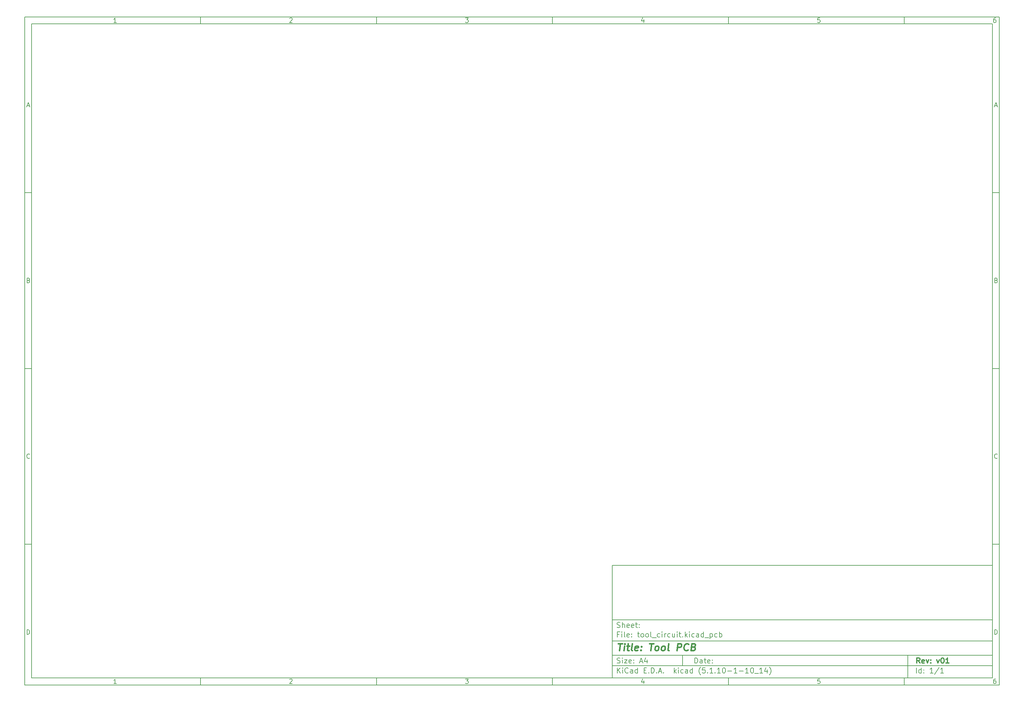
<source format=gbr>
%TF.GenerationSoftware,KiCad,Pcbnew,(5.1.10-1-10_14)*%
%TF.CreationDate,2021-09-18T21:31:52-04:00*%
%TF.ProjectId,tool_circuit,746f6f6c-5f63-4697-9263-7569742e6b69,v01*%
%TF.SameCoordinates,Original*%
%TF.FileFunction,Soldermask,Top*%
%TF.FilePolarity,Negative*%
%FSLAX46Y46*%
G04 Gerber Fmt 4.6, Leading zero omitted, Abs format (unit mm)*
G04 Created by KiCad (PCBNEW (5.1.10-1-10_14)) date 2021-09-18 21:31:52*
%MOMM*%
%LPD*%
G01*
G04 APERTURE LIST*
%ADD10C,0.100000*%
%ADD11C,0.150000*%
%ADD12C,0.300000*%
%ADD13C,0.400000*%
G04 APERTURE END LIST*
D10*
D11*
X177002200Y-166007200D02*
X177002200Y-198007200D01*
X285002200Y-198007200D01*
X285002200Y-166007200D01*
X177002200Y-166007200D01*
D10*
D11*
X10000000Y-10000000D02*
X10000000Y-200007200D01*
X287002200Y-200007200D01*
X287002200Y-10000000D01*
X10000000Y-10000000D01*
D10*
D11*
X12000000Y-12000000D02*
X12000000Y-198007200D01*
X285002200Y-198007200D01*
X285002200Y-12000000D01*
X12000000Y-12000000D01*
D10*
D11*
X60000000Y-12000000D02*
X60000000Y-10000000D01*
D10*
D11*
X110000000Y-12000000D02*
X110000000Y-10000000D01*
D10*
D11*
X160000000Y-12000000D02*
X160000000Y-10000000D01*
D10*
D11*
X210000000Y-12000000D02*
X210000000Y-10000000D01*
D10*
D11*
X260000000Y-12000000D02*
X260000000Y-10000000D01*
D10*
D11*
X36065476Y-11588095D02*
X35322619Y-11588095D01*
X35694047Y-11588095D02*
X35694047Y-10288095D01*
X35570238Y-10473809D01*
X35446428Y-10597619D01*
X35322619Y-10659523D01*
D10*
D11*
X85322619Y-10411904D02*
X85384523Y-10350000D01*
X85508333Y-10288095D01*
X85817857Y-10288095D01*
X85941666Y-10350000D01*
X86003571Y-10411904D01*
X86065476Y-10535714D01*
X86065476Y-10659523D01*
X86003571Y-10845238D01*
X85260714Y-11588095D01*
X86065476Y-11588095D01*
D10*
D11*
X135260714Y-10288095D02*
X136065476Y-10288095D01*
X135632142Y-10783333D01*
X135817857Y-10783333D01*
X135941666Y-10845238D01*
X136003571Y-10907142D01*
X136065476Y-11030952D01*
X136065476Y-11340476D01*
X136003571Y-11464285D01*
X135941666Y-11526190D01*
X135817857Y-11588095D01*
X135446428Y-11588095D01*
X135322619Y-11526190D01*
X135260714Y-11464285D01*
D10*
D11*
X185941666Y-10721428D02*
X185941666Y-11588095D01*
X185632142Y-10226190D02*
X185322619Y-11154761D01*
X186127380Y-11154761D01*
D10*
D11*
X236003571Y-10288095D02*
X235384523Y-10288095D01*
X235322619Y-10907142D01*
X235384523Y-10845238D01*
X235508333Y-10783333D01*
X235817857Y-10783333D01*
X235941666Y-10845238D01*
X236003571Y-10907142D01*
X236065476Y-11030952D01*
X236065476Y-11340476D01*
X236003571Y-11464285D01*
X235941666Y-11526190D01*
X235817857Y-11588095D01*
X235508333Y-11588095D01*
X235384523Y-11526190D01*
X235322619Y-11464285D01*
D10*
D11*
X285941666Y-10288095D02*
X285694047Y-10288095D01*
X285570238Y-10350000D01*
X285508333Y-10411904D01*
X285384523Y-10597619D01*
X285322619Y-10845238D01*
X285322619Y-11340476D01*
X285384523Y-11464285D01*
X285446428Y-11526190D01*
X285570238Y-11588095D01*
X285817857Y-11588095D01*
X285941666Y-11526190D01*
X286003571Y-11464285D01*
X286065476Y-11340476D01*
X286065476Y-11030952D01*
X286003571Y-10907142D01*
X285941666Y-10845238D01*
X285817857Y-10783333D01*
X285570238Y-10783333D01*
X285446428Y-10845238D01*
X285384523Y-10907142D01*
X285322619Y-11030952D01*
D10*
D11*
X60000000Y-198007200D02*
X60000000Y-200007200D01*
D10*
D11*
X110000000Y-198007200D02*
X110000000Y-200007200D01*
D10*
D11*
X160000000Y-198007200D02*
X160000000Y-200007200D01*
D10*
D11*
X210000000Y-198007200D02*
X210000000Y-200007200D01*
D10*
D11*
X260000000Y-198007200D02*
X260000000Y-200007200D01*
D10*
D11*
X36065476Y-199595295D02*
X35322619Y-199595295D01*
X35694047Y-199595295D02*
X35694047Y-198295295D01*
X35570238Y-198481009D01*
X35446428Y-198604819D01*
X35322619Y-198666723D01*
D10*
D11*
X85322619Y-198419104D02*
X85384523Y-198357200D01*
X85508333Y-198295295D01*
X85817857Y-198295295D01*
X85941666Y-198357200D01*
X86003571Y-198419104D01*
X86065476Y-198542914D01*
X86065476Y-198666723D01*
X86003571Y-198852438D01*
X85260714Y-199595295D01*
X86065476Y-199595295D01*
D10*
D11*
X135260714Y-198295295D02*
X136065476Y-198295295D01*
X135632142Y-198790533D01*
X135817857Y-198790533D01*
X135941666Y-198852438D01*
X136003571Y-198914342D01*
X136065476Y-199038152D01*
X136065476Y-199347676D01*
X136003571Y-199471485D01*
X135941666Y-199533390D01*
X135817857Y-199595295D01*
X135446428Y-199595295D01*
X135322619Y-199533390D01*
X135260714Y-199471485D01*
D10*
D11*
X185941666Y-198728628D02*
X185941666Y-199595295D01*
X185632142Y-198233390D02*
X185322619Y-199161961D01*
X186127380Y-199161961D01*
D10*
D11*
X236003571Y-198295295D02*
X235384523Y-198295295D01*
X235322619Y-198914342D01*
X235384523Y-198852438D01*
X235508333Y-198790533D01*
X235817857Y-198790533D01*
X235941666Y-198852438D01*
X236003571Y-198914342D01*
X236065476Y-199038152D01*
X236065476Y-199347676D01*
X236003571Y-199471485D01*
X235941666Y-199533390D01*
X235817857Y-199595295D01*
X235508333Y-199595295D01*
X235384523Y-199533390D01*
X235322619Y-199471485D01*
D10*
D11*
X285941666Y-198295295D02*
X285694047Y-198295295D01*
X285570238Y-198357200D01*
X285508333Y-198419104D01*
X285384523Y-198604819D01*
X285322619Y-198852438D01*
X285322619Y-199347676D01*
X285384523Y-199471485D01*
X285446428Y-199533390D01*
X285570238Y-199595295D01*
X285817857Y-199595295D01*
X285941666Y-199533390D01*
X286003571Y-199471485D01*
X286065476Y-199347676D01*
X286065476Y-199038152D01*
X286003571Y-198914342D01*
X285941666Y-198852438D01*
X285817857Y-198790533D01*
X285570238Y-198790533D01*
X285446428Y-198852438D01*
X285384523Y-198914342D01*
X285322619Y-199038152D01*
D10*
D11*
X10000000Y-60000000D02*
X12000000Y-60000000D01*
D10*
D11*
X10000000Y-110000000D02*
X12000000Y-110000000D01*
D10*
D11*
X10000000Y-160000000D02*
X12000000Y-160000000D01*
D10*
D11*
X10690476Y-35216666D02*
X11309523Y-35216666D01*
X10566666Y-35588095D02*
X11000000Y-34288095D01*
X11433333Y-35588095D01*
D10*
D11*
X11092857Y-84907142D02*
X11278571Y-84969047D01*
X11340476Y-85030952D01*
X11402380Y-85154761D01*
X11402380Y-85340476D01*
X11340476Y-85464285D01*
X11278571Y-85526190D01*
X11154761Y-85588095D01*
X10659523Y-85588095D01*
X10659523Y-84288095D01*
X11092857Y-84288095D01*
X11216666Y-84350000D01*
X11278571Y-84411904D01*
X11340476Y-84535714D01*
X11340476Y-84659523D01*
X11278571Y-84783333D01*
X11216666Y-84845238D01*
X11092857Y-84907142D01*
X10659523Y-84907142D01*
D10*
D11*
X11402380Y-135464285D02*
X11340476Y-135526190D01*
X11154761Y-135588095D01*
X11030952Y-135588095D01*
X10845238Y-135526190D01*
X10721428Y-135402380D01*
X10659523Y-135278571D01*
X10597619Y-135030952D01*
X10597619Y-134845238D01*
X10659523Y-134597619D01*
X10721428Y-134473809D01*
X10845238Y-134350000D01*
X11030952Y-134288095D01*
X11154761Y-134288095D01*
X11340476Y-134350000D01*
X11402380Y-134411904D01*
D10*
D11*
X10659523Y-185588095D02*
X10659523Y-184288095D01*
X10969047Y-184288095D01*
X11154761Y-184350000D01*
X11278571Y-184473809D01*
X11340476Y-184597619D01*
X11402380Y-184845238D01*
X11402380Y-185030952D01*
X11340476Y-185278571D01*
X11278571Y-185402380D01*
X11154761Y-185526190D01*
X10969047Y-185588095D01*
X10659523Y-185588095D01*
D10*
D11*
X287002200Y-60000000D02*
X285002200Y-60000000D01*
D10*
D11*
X287002200Y-110000000D02*
X285002200Y-110000000D01*
D10*
D11*
X287002200Y-160000000D02*
X285002200Y-160000000D01*
D10*
D11*
X285692676Y-35216666D02*
X286311723Y-35216666D01*
X285568866Y-35588095D02*
X286002200Y-34288095D01*
X286435533Y-35588095D01*
D10*
D11*
X286095057Y-84907142D02*
X286280771Y-84969047D01*
X286342676Y-85030952D01*
X286404580Y-85154761D01*
X286404580Y-85340476D01*
X286342676Y-85464285D01*
X286280771Y-85526190D01*
X286156961Y-85588095D01*
X285661723Y-85588095D01*
X285661723Y-84288095D01*
X286095057Y-84288095D01*
X286218866Y-84350000D01*
X286280771Y-84411904D01*
X286342676Y-84535714D01*
X286342676Y-84659523D01*
X286280771Y-84783333D01*
X286218866Y-84845238D01*
X286095057Y-84907142D01*
X285661723Y-84907142D01*
D10*
D11*
X286404580Y-135464285D02*
X286342676Y-135526190D01*
X286156961Y-135588095D01*
X286033152Y-135588095D01*
X285847438Y-135526190D01*
X285723628Y-135402380D01*
X285661723Y-135278571D01*
X285599819Y-135030952D01*
X285599819Y-134845238D01*
X285661723Y-134597619D01*
X285723628Y-134473809D01*
X285847438Y-134350000D01*
X286033152Y-134288095D01*
X286156961Y-134288095D01*
X286342676Y-134350000D01*
X286404580Y-134411904D01*
D10*
D11*
X285661723Y-185588095D02*
X285661723Y-184288095D01*
X285971247Y-184288095D01*
X286156961Y-184350000D01*
X286280771Y-184473809D01*
X286342676Y-184597619D01*
X286404580Y-184845238D01*
X286404580Y-185030952D01*
X286342676Y-185278571D01*
X286280771Y-185402380D01*
X286156961Y-185526190D01*
X285971247Y-185588095D01*
X285661723Y-185588095D01*
D10*
D11*
X200434342Y-193785771D02*
X200434342Y-192285771D01*
X200791485Y-192285771D01*
X201005771Y-192357200D01*
X201148628Y-192500057D01*
X201220057Y-192642914D01*
X201291485Y-192928628D01*
X201291485Y-193142914D01*
X201220057Y-193428628D01*
X201148628Y-193571485D01*
X201005771Y-193714342D01*
X200791485Y-193785771D01*
X200434342Y-193785771D01*
X202577200Y-193785771D02*
X202577200Y-193000057D01*
X202505771Y-192857200D01*
X202362914Y-192785771D01*
X202077200Y-192785771D01*
X201934342Y-192857200D01*
X202577200Y-193714342D02*
X202434342Y-193785771D01*
X202077200Y-193785771D01*
X201934342Y-193714342D01*
X201862914Y-193571485D01*
X201862914Y-193428628D01*
X201934342Y-193285771D01*
X202077200Y-193214342D01*
X202434342Y-193214342D01*
X202577200Y-193142914D01*
X203077200Y-192785771D02*
X203648628Y-192785771D01*
X203291485Y-192285771D02*
X203291485Y-193571485D01*
X203362914Y-193714342D01*
X203505771Y-193785771D01*
X203648628Y-193785771D01*
X204720057Y-193714342D02*
X204577200Y-193785771D01*
X204291485Y-193785771D01*
X204148628Y-193714342D01*
X204077200Y-193571485D01*
X204077200Y-193000057D01*
X204148628Y-192857200D01*
X204291485Y-192785771D01*
X204577200Y-192785771D01*
X204720057Y-192857200D01*
X204791485Y-193000057D01*
X204791485Y-193142914D01*
X204077200Y-193285771D01*
X205434342Y-193642914D02*
X205505771Y-193714342D01*
X205434342Y-193785771D01*
X205362914Y-193714342D01*
X205434342Y-193642914D01*
X205434342Y-193785771D01*
X205434342Y-192857200D02*
X205505771Y-192928628D01*
X205434342Y-193000057D01*
X205362914Y-192928628D01*
X205434342Y-192857200D01*
X205434342Y-193000057D01*
D10*
D11*
X177002200Y-194507200D02*
X285002200Y-194507200D01*
D10*
D11*
X178434342Y-196585771D02*
X178434342Y-195085771D01*
X179291485Y-196585771D02*
X178648628Y-195728628D01*
X179291485Y-195085771D02*
X178434342Y-195942914D01*
X179934342Y-196585771D02*
X179934342Y-195585771D01*
X179934342Y-195085771D02*
X179862914Y-195157200D01*
X179934342Y-195228628D01*
X180005771Y-195157200D01*
X179934342Y-195085771D01*
X179934342Y-195228628D01*
X181505771Y-196442914D02*
X181434342Y-196514342D01*
X181220057Y-196585771D01*
X181077200Y-196585771D01*
X180862914Y-196514342D01*
X180720057Y-196371485D01*
X180648628Y-196228628D01*
X180577200Y-195942914D01*
X180577200Y-195728628D01*
X180648628Y-195442914D01*
X180720057Y-195300057D01*
X180862914Y-195157200D01*
X181077200Y-195085771D01*
X181220057Y-195085771D01*
X181434342Y-195157200D01*
X181505771Y-195228628D01*
X182791485Y-196585771D02*
X182791485Y-195800057D01*
X182720057Y-195657200D01*
X182577200Y-195585771D01*
X182291485Y-195585771D01*
X182148628Y-195657200D01*
X182791485Y-196514342D02*
X182648628Y-196585771D01*
X182291485Y-196585771D01*
X182148628Y-196514342D01*
X182077200Y-196371485D01*
X182077200Y-196228628D01*
X182148628Y-196085771D01*
X182291485Y-196014342D01*
X182648628Y-196014342D01*
X182791485Y-195942914D01*
X184148628Y-196585771D02*
X184148628Y-195085771D01*
X184148628Y-196514342D02*
X184005771Y-196585771D01*
X183720057Y-196585771D01*
X183577200Y-196514342D01*
X183505771Y-196442914D01*
X183434342Y-196300057D01*
X183434342Y-195871485D01*
X183505771Y-195728628D01*
X183577200Y-195657200D01*
X183720057Y-195585771D01*
X184005771Y-195585771D01*
X184148628Y-195657200D01*
X186005771Y-195800057D02*
X186505771Y-195800057D01*
X186720057Y-196585771D02*
X186005771Y-196585771D01*
X186005771Y-195085771D01*
X186720057Y-195085771D01*
X187362914Y-196442914D02*
X187434342Y-196514342D01*
X187362914Y-196585771D01*
X187291485Y-196514342D01*
X187362914Y-196442914D01*
X187362914Y-196585771D01*
X188077200Y-196585771D02*
X188077200Y-195085771D01*
X188434342Y-195085771D01*
X188648628Y-195157200D01*
X188791485Y-195300057D01*
X188862914Y-195442914D01*
X188934342Y-195728628D01*
X188934342Y-195942914D01*
X188862914Y-196228628D01*
X188791485Y-196371485D01*
X188648628Y-196514342D01*
X188434342Y-196585771D01*
X188077200Y-196585771D01*
X189577200Y-196442914D02*
X189648628Y-196514342D01*
X189577200Y-196585771D01*
X189505771Y-196514342D01*
X189577200Y-196442914D01*
X189577200Y-196585771D01*
X190220057Y-196157200D02*
X190934342Y-196157200D01*
X190077200Y-196585771D02*
X190577200Y-195085771D01*
X191077200Y-196585771D01*
X191577200Y-196442914D02*
X191648628Y-196514342D01*
X191577200Y-196585771D01*
X191505771Y-196514342D01*
X191577200Y-196442914D01*
X191577200Y-196585771D01*
X194577200Y-196585771D02*
X194577200Y-195085771D01*
X194720057Y-196014342D02*
X195148628Y-196585771D01*
X195148628Y-195585771D02*
X194577200Y-196157200D01*
X195791485Y-196585771D02*
X195791485Y-195585771D01*
X195791485Y-195085771D02*
X195720057Y-195157200D01*
X195791485Y-195228628D01*
X195862914Y-195157200D01*
X195791485Y-195085771D01*
X195791485Y-195228628D01*
X197148628Y-196514342D02*
X197005771Y-196585771D01*
X196720057Y-196585771D01*
X196577200Y-196514342D01*
X196505771Y-196442914D01*
X196434342Y-196300057D01*
X196434342Y-195871485D01*
X196505771Y-195728628D01*
X196577200Y-195657200D01*
X196720057Y-195585771D01*
X197005771Y-195585771D01*
X197148628Y-195657200D01*
X198434342Y-196585771D02*
X198434342Y-195800057D01*
X198362914Y-195657200D01*
X198220057Y-195585771D01*
X197934342Y-195585771D01*
X197791485Y-195657200D01*
X198434342Y-196514342D02*
X198291485Y-196585771D01*
X197934342Y-196585771D01*
X197791485Y-196514342D01*
X197720057Y-196371485D01*
X197720057Y-196228628D01*
X197791485Y-196085771D01*
X197934342Y-196014342D01*
X198291485Y-196014342D01*
X198434342Y-195942914D01*
X199791485Y-196585771D02*
X199791485Y-195085771D01*
X199791485Y-196514342D02*
X199648628Y-196585771D01*
X199362914Y-196585771D01*
X199220057Y-196514342D01*
X199148628Y-196442914D01*
X199077200Y-196300057D01*
X199077200Y-195871485D01*
X199148628Y-195728628D01*
X199220057Y-195657200D01*
X199362914Y-195585771D01*
X199648628Y-195585771D01*
X199791485Y-195657200D01*
X202077200Y-197157200D02*
X202005771Y-197085771D01*
X201862914Y-196871485D01*
X201791485Y-196728628D01*
X201720057Y-196514342D01*
X201648628Y-196157200D01*
X201648628Y-195871485D01*
X201720057Y-195514342D01*
X201791485Y-195300057D01*
X201862914Y-195157200D01*
X202005771Y-194942914D01*
X202077200Y-194871485D01*
X203362914Y-195085771D02*
X202648628Y-195085771D01*
X202577200Y-195800057D01*
X202648628Y-195728628D01*
X202791485Y-195657200D01*
X203148628Y-195657200D01*
X203291485Y-195728628D01*
X203362914Y-195800057D01*
X203434342Y-195942914D01*
X203434342Y-196300057D01*
X203362914Y-196442914D01*
X203291485Y-196514342D01*
X203148628Y-196585771D01*
X202791485Y-196585771D01*
X202648628Y-196514342D01*
X202577200Y-196442914D01*
X204077200Y-196442914D02*
X204148628Y-196514342D01*
X204077200Y-196585771D01*
X204005771Y-196514342D01*
X204077200Y-196442914D01*
X204077200Y-196585771D01*
X205577200Y-196585771D02*
X204720057Y-196585771D01*
X205148628Y-196585771D02*
X205148628Y-195085771D01*
X205005771Y-195300057D01*
X204862914Y-195442914D01*
X204720057Y-195514342D01*
X206220057Y-196442914D02*
X206291485Y-196514342D01*
X206220057Y-196585771D01*
X206148628Y-196514342D01*
X206220057Y-196442914D01*
X206220057Y-196585771D01*
X207720057Y-196585771D02*
X206862914Y-196585771D01*
X207291485Y-196585771D02*
X207291485Y-195085771D01*
X207148628Y-195300057D01*
X207005771Y-195442914D01*
X206862914Y-195514342D01*
X208648628Y-195085771D02*
X208791485Y-195085771D01*
X208934342Y-195157200D01*
X209005771Y-195228628D01*
X209077200Y-195371485D01*
X209148628Y-195657200D01*
X209148628Y-196014342D01*
X209077200Y-196300057D01*
X209005771Y-196442914D01*
X208934342Y-196514342D01*
X208791485Y-196585771D01*
X208648628Y-196585771D01*
X208505771Y-196514342D01*
X208434342Y-196442914D01*
X208362914Y-196300057D01*
X208291485Y-196014342D01*
X208291485Y-195657200D01*
X208362914Y-195371485D01*
X208434342Y-195228628D01*
X208505771Y-195157200D01*
X208648628Y-195085771D01*
X209791485Y-196014342D02*
X210934342Y-196014342D01*
X212434342Y-196585771D02*
X211577200Y-196585771D01*
X212005771Y-196585771D02*
X212005771Y-195085771D01*
X211862914Y-195300057D01*
X211720057Y-195442914D01*
X211577200Y-195514342D01*
X213077200Y-196014342D02*
X214220057Y-196014342D01*
X215720057Y-196585771D02*
X214862914Y-196585771D01*
X215291485Y-196585771D02*
X215291485Y-195085771D01*
X215148628Y-195300057D01*
X215005771Y-195442914D01*
X214862914Y-195514342D01*
X216648628Y-195085771D02*
X216791485Y-195085771D01*
X216934342Y-195157200D01*
X217005771Y-195228628D01*
X217077200Y-195371485D01*
X217148628Y-195657200D01*
X217148628Y-196014342D01*
X217077200Y-196300057D01*
X217005771Y-196442914D01*
X216934342Y-196514342D01*
X216791485Y-196585771D01*
X216648628Y-196585771D01*
X216505771Y-196514342D01*
X216434342Y-196442914D01*
X216362914Y-196300057D01*
X216291485Y-196014342D01*
X216291485Y-195657200D01*
X216362914Y-195371485D01*
X216434342Y-195228628D01*
X216505771Y-195157200D01*
X216648628Y-195085771D01*
X217434342Y-196728628D02*
X218577200Y-196728628D01*
X219720057Y-196585771D02*
X218862914Y-196585771D01*
X219291485Y-196585771D02*
X219291485Y-195085771D01*
X219148628Y-195300057D01*
X219005771Y-195442914D01*
X218862914Y-195514342D01*
X221005771Y-195585771D02*
X221005771Y-196585771D01*
X220648628Y-195014342D02*
X220291485Y-196085771D01*
X221220057Y-196085771D01*
X221648628Y-197157200D02*
X221720057Y-197085771D01*
X221862914Y-196871485D01*
X221934342Y-196728628D01*
X222005771Y-196514342D01*
X222077200Y-196157200D01*
X222077200Y-195871485D01*
X222005771Y-195514342D01*
X221934342Y-195300057D01*
X221862914Y-195157200D01*
X221720057Y-194942914D01*
X221648628Y-194871485D01*
D10*
D11*
X177002200Y-191507200D02*
X285002200Y-191507200D01*
D10*
D12*
X264411485Y-193785771D02*
X263911485Y-193071485D01*
X263554342Y-193785771D02*
X263554342Y-192285771D01*
X264125771Y-192285771D01*
X264268628Y-192357200D01*
X264340057Y-192428628D01*
X264411485Y-192571485D01*
X264411485Y-192785771D01*
X264340057Y-192928628D01*
X264268628Y-193000057D01*
X264125771Y-193071485D01*
X263554342Y-193071485D01*
X265625771Y-193714342D02*
X265482914Y-193785771D01*
X265197200Y-193785771D01*
X265054342Y-193714342D01*
X264982914Y-193571485D01*
X264982914Y-193000057D01*
X265054342Y-192857200D01*
X265197200Y-192785771D01*
X265482914Y-192785771D01*
X265625771Y-192857200D01*
X265697200Y-193000057D01*
X265697200Y-193142914D01*
X264982914Y-193285771D01*
X266197200Y-192785771D02*
X266554342Y-193785771D01*
X266911485Y-192785771D01*
X267482914Y-193642914D02*
X267554342Y-193714342D01*
X267482914Y-193785771D01*
X267411485Y-193714342D01*
X267482914Y-193642914D01*
X267482914Y-193785771D01*
X267482914Y-192857200D02*
X267554342Y-192928628D01*
X267482914Y-193000057D01*
X267411485Y-192928628D01*
X267482914Y-192857200D01*
X267482914Y-193000057D01*
X269197200Y-192785771D02*
X269554342Y-193785771D01*
X269911485Y-192785771D01*
X270768628Y-192285771D02*
X270911485Y-192285771D01*
X271054342Y-192357200D01*
X271125771Y-192428628D01*
X271197200Y-192571485D01*
X271268628Y-192857200D01*
X271268628Y-193214342D01*
X271197200Y-193500057D01*
X271125771Y-193642914D01*
X271054342Y-193714342D01*
X270911485Y-193785771D01*
X270768628Y-193785771D01*
X270625771Y-193714342D01*
X270554342Y-193642914D01*
X270482914Y-193500057D01*
X270411485Y-193214342D01*
X270411485Y-192857200D01*
X270482914Y-192571485D01*
X270554342Y-192428628D01*
X270625771Y-192357200D01*
X270768628Y-192285771D01*
X272697200Y-193785771D02*
X271840057Y-193785771D01*
X272268628Y-193785771D02*
X272268628Y-192285771D01*
X272125771Y-192500057D01*
X271982914Y-192642914D01*
X271840057Y-192714342D01*
D10*
D11*
X178362914Y-193714342D02*
X178577200Y-193785771D01*
X178934342Y-193785771D01*
X179077200Y-193714342D01*
X179148628Y-193642914D01*
X179220057Y-193500057D01*
X179220057Y-193357200D01*
X179148628Y-193214342D01*
X179077200Y-193142914D01*
X178934342Y-193071485D01*
X178648628Y-193000057D01*
X178505771Y-192928628D01*
X178434342Y-192857200D01*
X178362914Y-192714342D01*
X178362914Y-192571485D01*
X178434342Y-192428628D01*
X178505771Y-192357200D01*
X178648628Y-192285771D01*
X179005771Y-192285771D01*
X179220057Y-192357200D01*
X179862914Y-193785771D02*
X179862914Y-192785771D01*
X179862914Y-192285771D02*
X179791485Y-192357200D01*
X179862914Y-192428628D01*
X179934342Y-192357200D01*
X179862914Y-192285771D01*
X179862914Y-192428628D01*
X180434342Y-192785771D02*
X181220057Y-192785771D01*
X180434342Y-193785771D01*
X181220057Y-193785771D01*
X182362914Y-193714342D02*
X182220057Y-193785771D01*
X181934342Y-193785771D01*
X181791485Y-193714342D01*
X181720057Y-193571485D01*
X181720057Y-193000057D01*
X181791485Y-192857200D01*
X181934342Y-192785771D01*
X182220057Y-192785771D01*
X182362914Y-192857200D01*
X182434342Y-193000057D01*
X182434342Y-193142914D01*
X181720057Y-193285771D01*
X183077200Y-193642914D02*
X183148628Y-193714342D01*
X183077200Y-193785771D01*
X183005771Y-193714342D01*
X183077200Y-193642914D01*
X183077200Y-193785771D01*
X183077200Y-192857200D02*
X183148628Y-192928628D01*
X183077200Y-193000057D01*
X183005771Y-192928628D01*
X183077200Y-192857200D01*
X183077200Y-193000057D01*
X184862914Y-193357200D02*
X185577200Y-193357200D01*
X184720057Y-193785771D02*
X185220057Y-192285771D01*
X185720057Y-193785771D01*
X186862914Y-192785771D02*
X186862914Y-193785771D01*
X186505771Y-192214342D02*
X186148628Y-193285771D01*
X187077200Y-193285771D01*
D10*
D11*
X263434342Y-196585771D02*
X263434342Y-195085771D01*
X264791485Y-196585771D02*
X264791485Y-195085771D01*
X264791485Y-196514342D02*
X264648628Y-196585771D01*
X264362914Y-196585771D01*
X264220057Y-196514342D01*
X264148628Y-196442914D01*
X264077200Y-196300057D01*
X264077200Y-195871485D01*
X264148628Y-195728628D01*
X264220057Y-195657200D01*
X264362914Y-195585771D01*
X264648628Y-195585771D01*
X264791485Y-195657200D01*
X265505771Y-196442914D02*
X265577200Y-196514342D01*
X265505771Y-196585771D01*
X265434342Y-196514342D01*
X265505771Y-196442914D01*
X265505771Y-196585771D01*
X265505771Y-195657200D02*
X265577200Y-195728628D01*
X265505771Y-195800057D01*
X265434342Y-195728628D01*
X265505771Y-195657200D01*
X265505771Y-195800057D01*
X268148628Y-196585771D02*
X267291485Y-196585771D01*
X267720057Y-196585771D02*
X267720057Y-195085771D01*
X267577200Y-195300057D01*
X267434342Y-195442914D01*
X267291485Y-195514342D01*
X269862914Y-195014342D02*
X268577200Y-196942914D01*
X271148628Y-196585771D02*
X270291485Y-196585771D01*
X270720057Y-196585771D02*
X270720057Y-195085771D01*
X270577200Y-195300057D01*
X270434342Y-195442914D01*
X270291485Y-195514342D01*
D10*
D11*
X177002200Y-187507200D02*
X285002200Y-187507200D01*
D10*
D13*
X178714580Y-188211961D02*
X179857438Y-188211961D01*
X179036009Y-190211961D02*
X179286009Y-188211961D01*
X180274104Y-190211961D02*
X180440771Y-188878628D01*
X180524104Y-188211961D02*
X180416961Y-188307200D01*
X180500295Y-188402438D01*
X180607438Y-188307200D01*
X180524104Y-188211961D01*
X180500295Y-188402438D01*
X181107438Y-188878628D02*
X181869342Y-188878628D01*
X181476485Y-188211961D02*
X181262200Y-189926247D01*
X181333628Y-190116723D01*
X181512200Y-190211961D01*
X181702676Y-190211961D01*
X182655057Y-190211961D02*
X182476485Y-190116723D01*
X182405057Y-189926247D01*
X182619342Y-188211961D01*
X184190771Y-190116723D02*
X183988390Y-190211961D01*
X183607438Y-190211961D01*
X183428866Y-190116723D01*
X183357438Y-189926247D01*
X183452676Y-189164342D01*
X183571723Y-188973866D01*
X183774104Y-188878628D01*
X184155057Y-188878628D01*
X184333628Y-188973866D01*
X184405057Y-189164342D01*
X184381247Y-189354819D01*
X183405057Y-189545295D01*
X185155057Y-190021485D02*
X185238390Y-190116723D01*
X185131247Y-190211961D01*
X185047914Y-190116723D01*
X185155057Y-190021485D01*
X185131247Y-190211961D01*
X185286009Y-188973866D02*
X185369342Y-189069104D01*
X185262200Y-189164342D01*
X185178866Y-189069104D01*
X185286009Y-188973866D01*
X185262200Y-189164342D01*
X187571723Y-188211961D02*
X188714580Y-188211961D01*
X187893152Y-190211961D02*
X188143152Y-188211961D01*
X189416961Y-190211961D02*
X189238390Y-190116723D01*
X189155057Y-190021485D01*
X189083628Y-189831009D01*
X189155057Y-189259580D01*
X189274104Y-189069104D01*
X189381247Y-188973866D01*
X189583628Y-188878628D01*
X189869342Y-188878628D01*
X190047914Y-188973866D01*
X190131247Y-189069104D01*
X190202676Y-189259580D01*
X190131247Y-189831009D01*
X190012200Y-190021485D01*
X189905057Y-190116723D01*
X189702676Y-190211961D01*
X189416961Y-190211961D01*
X191226485Y-190211961D02*
X191047914Y-190116723D01*
X190964580Y-190021485D01*
X190893152Y-189831009D01*
X190964580Y-189259580D01*
X191083628Y-189069104D01*
X191190771Y-188973866D01*
X191393152Y-188878628D01*
X191678866Y-188878628D01*
X191857438Y-188973866D01*
X191940771Y-189069104D01*
X192012200Y-189259580D01*
X191940771Y-189831009D01*
X191821723Y-190021485D01*
X191714580Y-190116723D01*
X191512200Y-190211961D01*
X191226485Y-190211961D01*
X193036009Y-190211961D02*
X192857438Y-190116723D01*
X192786009Y-189926247D01*
X193000295Y-188211961D01*
X195321723Y-190211961D02*
X195571723Y-188211961D01*
X196333628Y-188211961D01*
X196512200Y-188307200D01*
X196595533Y-188402438D01*
X196666961Y-188592914D01*
X196631247Y-188878628D01*
X196512200Y-189069104D01*
X196405057Y-189164342D01*
X196202676Y-189259580D01*
X195440771Y-189259580D01*
X198488390Y-190021485D02*
X198381247Y-190116723D01*
X198083628Y-190211961D01*
X197893152Y-190211961D01*
X197619342Y-190116723D01*
X197452676Y-189926247D01*
X197381247Y-189735771D01*
X197333628Y-189354819D01*
X197369342Y-189069104D01*
X197512200Y-188688152D01*
X197631247Y-188497676D01*
X197845533Y-188307200D01*
X198143152Y-188211961D01*
X198333628Y-188211961D01*
X198607438Y-188307200D01*
X198690771Y-188402438D01*
X200119342Y-189164342D02*
X200393152Y-189259580D01*
X200476485Y-189354819D01*
X200547914Y-189545295D01*
X200512200Y-189831009D01*
X200393152Y-190021485D01*
X200286009Y-190116723D01*
X200083628Y-190211961D01*
X199321723Y-190211961D01*
X199571723Y-188211961D01*
X200238390Y-188211961D01*
X200416961Y-188307200D01*
X200500295Y-188402438D01*
X200571723Y-188592914D01*
X200547914Y-188783390D01*
X200428866Y-188973866D01*
X200321723Y-189069104D01*
X200119342Y-189164342D01*
X199452676Y-189164342D01*
D10*
D11*
X178934342Y-185600057D02*
X178434342Y-185600057D01*
X178434342Y-186385771D02*
X178434342Y-184885771D01*
X179148628Y-184885771D01*
X179720057Y-186385771D02*
X179720057Y-185385771D01*
X179720057Y-184885771D02*
X179648628Y-184957200D01*
X179720057Y-185028628D01*
X179791485Y-184957200D01*
X179720057Y-184885771D01*
X179720057Y-185028628D01*
X180648628Y-186385771D02*
X180505771Y-186314342D01*
X180434342Y-186171485D01*
X180434342Y-184885771D01*
X181791485Y-186314342D02*
X181648628Y-186385771D01*
X181362914Y-186385771D01*
X181220057Y-186314342D01*
X181148628Y-186171485D01*
X181148628Y-185600057D01*
X181220057Y-185457200D01*
X181362914Y-185385771D01*
X181648628Y-185385771D01*
X181791485Y-185457200D01*
X181862914Y-185600057D01*
X181862914Y-185742914D01*
X181148628Y-185885771D01*
X182505771Y-186242914D02*
X182577200Y-186314342D01*
X182505771Y-186385771D01*
X182434342Y-186314342D01*
X182505771Y-186242914D01*
X182505771Y-186385771D01*
X182505771Y-185457200D02*
X182577200Y-185528628D01*
X182505771Y-185600057D01*
X182434342Y-185528628D01*
X182505771Y-185457200D01*
X182505771Y-185600057D01*
X184148628Y-185385771D02*
X184720057Y-185385771D01*
X184362914Y-184885771D02*
X184362914Y-186171485D01*
X184434342Y-186314342D01*
X184577200Y-186385771D01*
X184720057Y-186385771D01*
X185434342Y-186385771D02*
X185291485Y-186314342D01*
X185220057Y-186242914D01*
X185148628Y-186100057D01*
X185148628Y-185671485D01*
X185220057Y-185528628D01*
X185291485Y-185457200D01*
X185434342Y-185385771D01*
X185648628Y-185385771D01*
X185791485Y-185457200D01*
X185862914Y-185528628D01*
X185934342Y-185671485D01*
X185934342Y-186100057D01*
X185862914Y-186242914D01*
X185791485Y-186314342D01*
X185648628Y-186385771D01*
X185434342Y-186385771D01*
X186791485Y-186385771D02*
X186648628Y-186314342D01*
X186577200Y-186242914D01*
X186505771Y-186100057D01*
X186505771Y-185671485D01*
X186577200Y-185528628D01*
X186648628Y-185457200D01*
X186791485Y-185385771D01*
X187005771Y-185385771D01*
X187148628Y-185457200D01*
X187220057Y-185528628D01*
X187291485Y-185671485D01*
X187291485Y-186100057D01*
X187220057Y-186242914D01*
X187148628Y-186314342D01*
X187005771Y-186385771D01*
X186791485Y-186385771D01*
X188148628Y-186385771D02*
X188005771Y-186314342D01*
X187934342Y-186171485D01*
X187934342Y-184885771D01*
X188362914Y-186528628D02*
X189505771Y-186528628D01*
X190505771Y-186314342D02*
X190362914Y-186385771D01*
X190077200Y-186385771D01*
X189934342Y-186314342D01*
X189862914Y-186242914D01*
X189791485Y-186100057D01*
X189791485Y-185671485D01*
X189862914Y-185528628D01*
X189934342Y-185457200D01*
X190077200Y-185385771D01*
X190362914Y-185385771D01*
X190505771Y-185457200D01*
X191148628Y-186385771D02*
X191148628Y-185385771D01*
X191148628Y-184885771D02*
X191077200Y-184957200D01*
X191148628Y-185028628D01*
X191220057Y-184957200D01*
X191148628Y-184885771D01*
X191148628Y-185028628D01*
X191862914Y-186385771D02*
X191862914Y-185385771D01*
X191862914Y-185671485D02*
X191934342Y-185528628D01*
X192005771Y-185457200D01*
X192148628Y-185385771D01*
X192291485Y-185385771D01*
X193434342Y-186314342D02*
X193291485Y-186385771D01*
X193005771Y-186385771D01*
X192862914Y-186314342D01*
X192791485Y-186242914D01*
X192720057Y-186100057D01*
X192720057Y-185671485D01*
X192791485Y-185528628D01*
X192862914Y-185457200D01*
X193005771Y-185385771D01*
X193291485Y-185385771D01*
X193434342Y-185457200D01*
X194720057Y-185385771D02*
X194720057Y-186385771D01*
X194077200Y-185385771D02*
X194077200Y-186171485D01*
X194148628Y-186314342D01*
X194291485Y-186385771D01*
X194505771Y-186385771D01*
X194648628Y-186314342D01*
X194720057Y-186242914D01*
X195434342Y-186385771D02*
X195434342Y-185385771D01*
X195434342Y-184885771D02*
X195362914Y-184957200D01*
X195434342Y-185028628D01*
X195505771Y-184957200D01*
X195434342Y-184885771D01*
X195434342Y-185028628D01*
X195934342Y-185385771D02*
X196505771Y-185385771D01*
X196148628Y-184885771D02*
X196148628Y-186171485D01*
X196220057Y-186314342D01*
X196362914Y-186385771D01*
X196505771Y-186385771D01*
X197005771Y-186242914D02*
X197077200Y-186314342D01*
X197005771Y-186385771D01*
X196934342Y-186314342D01*
X197005771Y-186242914D01*
X197005771Y-186385771D01*
X197720057Y-186385771D02*
X197720057Y-184885771D01*
X197862914Y-185814342D02*
X198291485Y-186385771D01*
X198291485Y-185385771D02*
X197720057Y-185957200D01*
X198934342Y-186385771D02*
X198934342Y-185385771D01*
X198934342Y-184885771D02*
X198862914Y-184957200D01*
X198934342Y-185028628D01*
X199005771Y-184957200D01*
X198934342Y-184885771D01*
X198934342Y-185028628D01*
X200291485Y-186314342D02*
X200148628Y-186385771D01*
X199862914Y-186385771D01*
X199720057Y-186314342D01*
X199648628Y-186242914D01*
X199577200Y-186100057D01*
X199577200Y-185671485D01*
X199648628Y-185528628D01*
X199720057Y-185457200D01*
X199862914Y-185385771D01*
X200148628Y-185385771D01*
X200291485Y-185457200D01*
X201577200Y-186385771D02*
X201577200Y-185600057D01*
X201505771Y-185457200D01*
X201362914Y-185385771D01*
X201077200Y-185385771D01*
X200934342Y-185457200D01*
X201577200Y-186314342D02*
X201434342Y-186385771D01*
X201077200Y-186385771D01*
X200934342Y-186314342D01*
X200862914Y-186171485D01*
X200862914Y-186028628D01*
X200934342Y-185885771D01*
X201077200Y-185814342D01*
X201434342Y-185814342D01*
X201577200Y-185742914D01*
X202934342Y-186385771D02*
X202934342Y-184885771D01*
X202934342Y-186314342D02*
X202791485Y-186385771D01*
X202505771Y-186385771D01*
X202362914Y-186314342D01*
X202291485Y-186242914D01*
X202220057Y-186100057D01*
X202220057Y-185671485D01*
X202291485Y-185528628D01*
X202362914Y-185457200D01*
X202505771Y-185385771D01*
X202791485Y-185385771D01*
X202934342Y-185457200D01*
X203291485Y-186528628D02*
X204434342Y-186528628D01*
X204791485Y-185385771D02*
X204791485Y-186885771D01*
X204791485Y-185457200D02*
X204934342Y-185385771D01*
X205220057Y-185385771D01*
X205362914Y-185457200D01*
X205434342Y-185528628D01*
X205505771Y-185671485D01*
X205505771Y-186100057D01*
X205434342Y-186242914D01*
X205362914Y-186314342D01*
X205220057Y-186385771D01*
X204934342Y-186385771D01*
X204791485Y-186314342D01*
X206791485Y-186314342D02*
X206648628Y-186385771D01*
X206362914Y-186385771D01*
X206220057Y-186314342D01*
X206148628Y-186242914D01*
X206077200Y-186100057D01*
X206077200Y-185671485D01*
X206148628Y-185528628D01*
X206220057Y-185457200D01*
X206362914Y-185385771D01*
X206648628Y-185385771D01*
X206791485Y-185457200D01*
X207434342Y-186385771D02*
X207434342Y-184885771D01*
X207434342Y-185457200D02*
X207577200Y-185385771D01*
X207862914Y-185385771D01*
X208005771Y-185457200D01*
X208077200Y-185528628D01*
X208148628Y-185671485D01*
X208148628Y-186100057D01*
X208077200Y-186242914D01*
X208005771Y-186314342D01*
X207862914Y-186385771D01*
X207577200Y-186385771D01*
X207434342Y-186314342D01*
D10*
D11*
X177002200Y-181507200D02*
X285002200Y-181507200D01*
D10*
D11*
X178362914Y-183614342D02*
X178577200Y-183685771D01*
X178934342Y-183685771D01*
X179077200Y-183614342D01*
X179148628Y-183542914D01*
X179220057Y-183400057D01*
X179220057Y-183257200D01*
X179148628Y-183114342D01*
X179077200Y-183042914D01*
X178934342Y-182971485D01*
X178648628Y-182900057D01*
X178505771Y-182828628D01*
X178434342Y-182757200D01*
X178362914Y-182614342D01*
X178362914Y-182471485D01*
X178434342Y-182328628D01*
X178505771Y-182257200D01*
X178648628Y-182185771D01*
X179005771Y-182185771D01*
X179220057Y-182257200D01*
X179862914Y-183685771D02*
X179862914Y-182185771D01*
X180505771Y-183685771D02*
X180505771Y-182900057D01*
X180434342Y-182757200D01*
X180291485Y-182685771D01*
X180077200Y-182685771D01*
X179934342Y-182757200D01*
X179862914Y-182828628D01*
X181791485Y-183614342D02*
X181648628Y-183685771D01*
X181362914Y-183685771D01*
X181220057Y-183614342D01*
X181148628Y-183471485D01*
X181148628Y-182900057D01*
X181220057Y-182757200D01*
X181362914Y-182685771D01*
X181648628Y-182685771D01*
X181791485Y-182757200D01*
X181862914Y-182900057D01*
X181862914Y-183042914D01*
X181148628Y-183185771D01*
X183077200Y-183614342D02*
X182934342Y-183685771D01*
X182648628Y-183685771D01*
X182505771Y-183614342D01*
X182434342Y-183471485D01*
X182434342Y-182900057D01*
X182505771Y-182757200D01*
X182648628Y-182685771D01*
X182934342Y-182685771D01*
X183077200Y-182757200D01*
X183148628Y-182900057D01*
X183148628Y-183042914D01*
X182434342Y-183185771D01*
X183577200Y-182685771D02*
X184148628Y-182685771D01*
X183791485Y-182185771D02*
X183791485Y-183471485D01*
X183862914Y-183614342D01*
X184005771Y-183685771D01*
X184148628Y-183685771D01*
X184648628Y-183542914D02*
X184720057Y-183614342D01*
X184648628Y-183685771D01*
X184577200Y-183614342D01*
X184648628Y-183542914D01*
X184648628Y-183685771D01*
X184648628Y-182757200D02*
X184720057Y-182828628D01*
X184648628Y-182900057D01*
X184577200Y-182828628D01*
X184648628Y-182757200D01*
X184648628Y-182900057D01*
D10*
D11*
X197002200Y-191507200D02*
X197002200Y-194507200D01*
D10*
D11*
X261002200Y-191507200D02*
X261002200Y-198007200D01*
M02*

</source>
